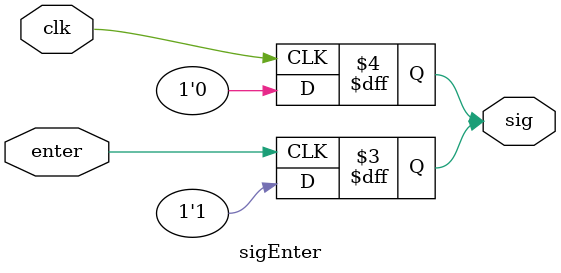
<source format=v>
module sigEnter(clk, enter, sig);
		input clk,enter;
		output reg sig;
		
always @(negedge clk)begin
	sig <= 1'b0;		
end

always @(negedge enter)begin
	sig <= 1'b1;
end

endmodule

</source>
